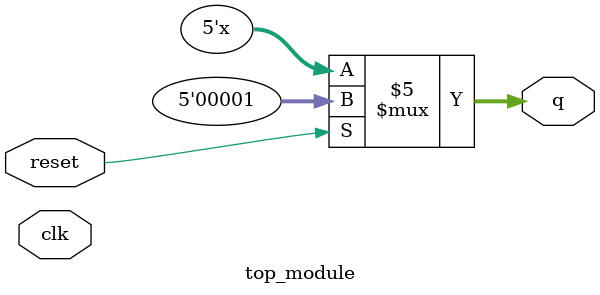
<source format=sv>
module top_module(
    input clk,
    input reset,
    output reg [4:0] q);

    reg [2:0] taps;

    always @* begin
        if (reset) 
            q <= 1;
        else begin
            taps = {q[4], q[2], 1'b0};
            q <= {q[3:0], q[4] ^ q[taps]};
        end
    end

endmodule

</source>
